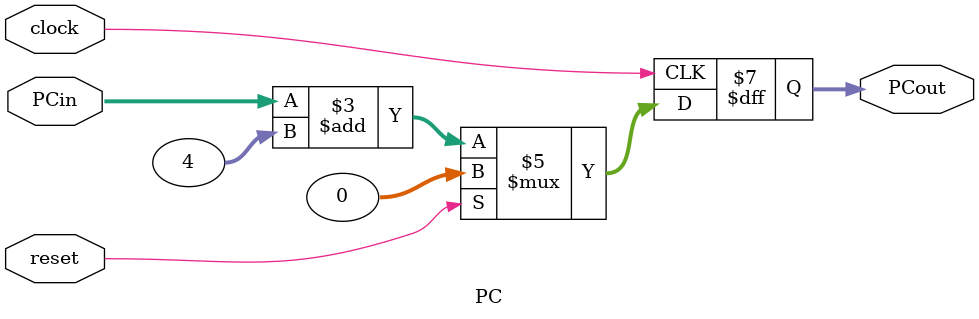
<source format=v>
module PC(clock, reset, PCin, PCout);

	input clock, reset;
	input [31:0] PCin;
	
	output reg [31:0] PCout;
	
	always @(posedge clock) begin
		if (reset == 1) 
			PCout <= 0;
		else 
			PCout <= PCin + 4; 
	end
endmodule
</source>
